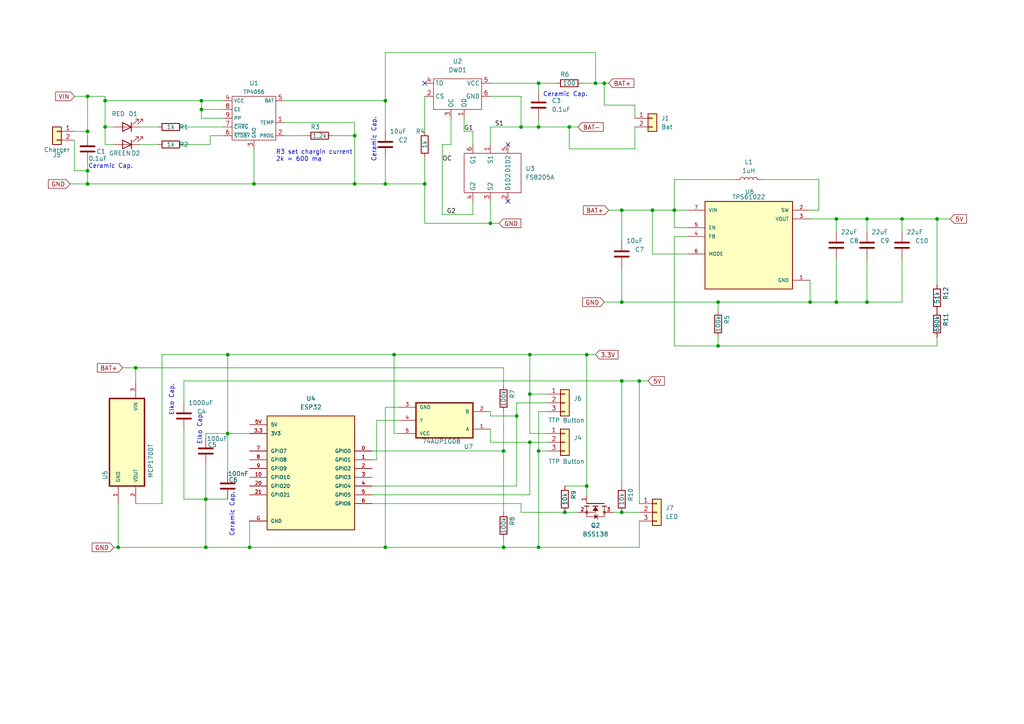
<source format=kicad_sch>
(kicad_sch (version 20250114) (generator "eeschema") (generator_version "9.0")
  (paper "A4")
  (lib_symbols
    (symbol "Connector_Generic:Conn_01x02" (pin_names (offset 1.016) (hide yes))
      (property "Reference" "J" (at 0 2.54 0))
      (property "Value" "Conn_01x02" (at 0 -5.08 0))
      (symbol "Conn_01x02_1_1"
        (rectangle (start -1.27 1.27) (end 1.27 -3.81) (stroke (width 0.254)) (fill (type background)))
        (rectangle (start -1.27 0.127) (end 0 -0.127) (stroke (width 0.1524)))
        (rectangle (start -1.27 -2.413) (end 0 -2.667) (stroke (width 0.1524)))
        (pin passive line (at -5.08 0 0) (length 3.81) (name "Pin_1") (number "1"))
        (pin passive line (at -5.08 -2.54 0) (length 3.81) (name "Pin_2") (number "2"))
      )
    )
    (symbol "Connector_Generic:Conn_01x03" (pin_names (offset 1.016) (hide yes))
      (property "Reference" "J" (at 0 5.08 0))
      (property "Value" "Conn_01x03" (at 0 -5.08 0))
      (symbol "Conn_01x03_1_1"
        (rectangle (start -1.27 3.81) (end 1.27 -3.81) (stroke (width 0.254)) (fill (type background)))
        (rectangle (start -1.27 2.667) (end 0 2.413) (stroke (width 0.1524)))
        (rectangle (start -1.27 0.127) (end 0 -0.127) (stroke (width 0.1524)))
        (rectangle (start -1.27 -2.413) (end 0 -2.667) (stroke (width 0.1524)))
        (pin passive line (at -5.08 2.54 0) (length 3.81) (name "Pin_1") (number "1"))
        (pin passive line (at -5.08 0 0) (length 3.81) (name "Pin_2") (number "2"))
        (pin passive line (at -5.08 -2.54 0) (length 3.81) (name "Pin_3") (number "3"))
      )
    )
    (symbol "Device:C" (pin_numbers (hide yes)) (pin_names (offset 0.254))
      (property "Reference" "C" (at 0.635 2.54 0))
      (property "Value" "C" (at 0.635 -2.54 0))
      (symbol "C_0_1"
        (polyline (pts (xy -2.032 0.762) (xy 2.032 0.762)) (stroke (width 0.508)))
        (polyline (pts (xy -2.032 -0.762) (xy 2.032 -0.762)) (stroke (width 0.508)))
      )
      (symbol "C_1_1"
        (pin passive line (at 0 3.81 270) (length 2.794) (name "~") (number "1"))
        (pin passive line (at 0 -3.81 90) (length 2.794) (name "~") (number "2"))
      )
    )
    (symbol "Device:L" (pin_numbers (hide yes)) (pin_names (offset 1.016) (hide yes))
      (property "Reference" "L" (at -1.27 0 90))
      (property "Value" "L" (at 1.905 0 90))
      (symbol "L_0_1"
        (arc (start 0 2.54) (mid 0.6323 1.905) (end 0 1.27))
        (arc (start 0 1.27) (mid 0.6323 0.635) (end 0 0))
        (arc (start 0 0) (mid 0.6323 -0.635) (end 0 -1.27))
        (arc (start 0 -1.27) (mid 0.6323 -1.905) (end 0 -2.54))
      )
      (symbol "L_1_1"
        (pin passive line (at 0 3.81 270) (length 1.27) (name "1") (number "1"))
        (pin passive line (at 0 -3.81 90) (length 1.27) (name "2") (number "2"))
      )
    )
    (symbol "Device:LED" (pin_numbers (hide yes)) (pin_names (offset 1.016) (hide yes))
      (property "Reference" "D" (at 0 2.54 0))
      (property "Value" "LED" (at 0 -2.54 0))
      (symbol "LED_0_1"
        (polyline (pts (xy -3.048 -0.762) (xy -4.572 -2.286) (xy -3.81 -2.286) (xy -4.572 -2.286) (xy -4.572 -1.524)))
        (polyline (pts (xy -1.778 -0.762) (xy -3.302 -2.286) (xy -2.54 -2.286) (xy -3.302 -2.286) (xy -3.302 -1.524)))
        (polyline (pts (xy -1.27 0) (xy 1.27 0)))
        (polyline (pts (xy -1.27 -1.27) (xy -1.27 1.27)) (stroke (width 0.254)))
        (polyline (pts (xy 1.27 -1.27) (xy 1.27 1.27) (xy -1.27 0) (xy 1.27 -1.27)) (stroke (width 0.254)))
      )
      (symbol "LED_1_1"
        (pin passive line (at -3.81 0 0) (length 2.54) (name "K") (number "1"))
        (pin passive line (at 3.81 0 180) (length 2.54) (name "A") (number "2"))
      )
    )
    (symbol "Device:R" (pin_numbers (hide yes)) (pin_names (offset 0))
      (property "Reference" "R" (at 2.032 0 90))
      (property "Value" "R" (at 0 0 90))
      (symbol "R_0_1"
        (rectangle (start -1.016 -2.54) (end 1.016 2.54) (stroke (width 0.254)))
      )
      (symbol "R_1_1"
        (pin passive line (at 0 3.81 270) (length 1.27) (name "~") (number "1"))
        (pin passive line (at 0 -3.81 90) (length 1.27) (name "~") (number "2"))
      )
    )
    (symbol "Imported:BSS138" (pin_names (offset 1.016))
      (property "Reference" "Q" (at -8.89 2.54 0))
      (property "Value" "BSS138" (at -8.89 -7.62 0))
      (symbol "BSS138_0_0"
        (polyline (pts (xy 0 2.54) (xy 0 -2.54)) (stroke (width 0.254)))
        (polyline (pts (xy 0.762 3.175) (xy 0.762 2.54)) (stroke (width 0.254)))
        (polyline (pts (xy 0.762 2.54) (xy 0.762 1.905)) (stroke (width 0.254)))
        (polyline (pts (xy 0.762 2.54) (xy 3.81 2.54)) (stroke (width 0.1524)))
        (polyline (pts (xy 0.762 0.762) (xy 0.762 0)) (stroke (width 0.254)))
        (polyline (pts (xy 0.762 0) (xy 0.762 -0.762)) (stroke (width 0.254)))
        (polyline (pts (xy 0.762 0) (xy 2.54 0)) (stroke (width 0.1524)))
        (polyline (pts (xy 0.762 -1.905) (xy 0.762 -2.54)) (stroke (width 0.254)))
        (polyline (pts (xy 0.762 -2.54) (xy 0.762 -3.175)) (stroke (width 0.254)))
        (polyline (pts (xy 1.016 0) (xy 2.032 0.762) (xy 2.032 -0.762) (xy 1.016 0)) (stroke (width 0.1524)) (fill (type outline)))
        (circle (center 2.54 2.54) (radius 0.3592))
        (polyline (pts (xy 2.54 0) (xy 2.54 -2.54)) (stroke (width 0.1524)))
        (polyline (pts (xy 2.54 -2.54) (xy 0.762 -2.54)) (stroke (width 0.1524)))
        (polyline (pts (xy 2.54 -2.54) (xy 3.81 -2.54)) (stroke (width 0.1524)))
        (circle (center 2.54 -2.54) (radius 0.3592))
        (polyline (pts (xy 3.302 0.508) (xy 3.048 0.254)) (stroke (width 0.1524)))
        (polyline (pts (xy 3.81 2.54) (xy 3.81 0.508)) (stroke (width 0.1524)))
        (polyline (pts (xy 3.81 0.508) (xy 3.302 0.508)) (stroke (width 0.1524)))
        (polyline (pts (xy 3.81 0.508) (xy 3.81 -2.54)) (stroke (width 0.1524)))
        (polyline (pts (xy 3.81 0.508) (xy 3.302 -0.254) (xy 4.318 -0.254) (xy 3.81 0.508)) (stroke (width 0.1524)) (fill (type outline)))
        (polyline (pts (xy 4.318 0.508) (xy 3.81 0.508)) (stroke (width 0.1524)))
        (polyline (pts (xy 4.572 0.762) (xy 4.318 0.508)) (stroke (width 0.1524)))
        (pin passive line (at -2.54 -2.54 0) (length 2.54) (name "~") (number "1"))
        (pin passive line (at 2.54 5.08 270) (length 2.54) (name "~") (number "3"))
        (pin passive line (at 2.54 -5.08 90) (length 2.54) (name "~") (number "2"))
      )
    )
    (symbol "Imported:ESP32-C3_SUPERMINI_TH" (pin_names (offset 1.016))
      (property "Reference" "U" (at -12.7 16.002 0))
      (property "Value" "ESP32-C3_SUPERMINI_TH" (at -12.7 -20.32 0))
      (symbol "ESP32-C3_SUPERMINI_TH_0_0"
        (rectangle (start -12.7 -17.78) (end 12.7 15.24) (stroke (width 0.254)) (fill (type background)))
        (pin bidirectional line (at -17.78 5.08 0) (length 5.08) (name "GPIO0") (number "0"))
        (pin bidirectional line (at -17.78 2.54 0) (length 5.08) (name "GPIO1") (number "1"))
        (pin bidirectional line (at -17.78 0 0) (length 5.08) (name "GPIO2") (number "2"))
        (pin bidirectional line (at -17.78 -2.54 0) (length 5.08) (name "GPIO3") (number "3"))
        (pin bidirectional line (at -17.78 -5.08 0) (length 5.08) (name "GPIO4") (number "4"))
        (pin bidirectional line (at -17.78 -7.62 0) (length 5.08) (name "GPIO5") (number "5"))
        (pin bidirectional line (at -17.78 -10.16 0) (length 5.08) (name "GPIO6") (number "6"))
        (pin power_in line (at 17.78 12.7 180) (length 5.08) (name "5V") (number "5V"))
        (pin power_in line (at 17.78 10.16 180) (length 5.08) (name "3V3") (number "3.3"))
        (pin bidirectional line (at 17.78 5.08 180) (length 5.08) (name "GPIO7") (number "7"))
        (pin bidirectional line (at 17.78 2.54 180) (length 5.08) (name "GPIO8") (number "8"))
        (pin bidirectional line (at 17.78 0 180) (length 5.08) (name "GPIO9") (number "9"))
        (pin bidirectional line (at 17.78 -2.54 180) (length 5.08) (name "GPIO10") (number "10"))
        (pin bidirectional line (at 17.78 -5.08 180) (length 5.08) (name "GPIO20") (number "20"))
        (pin bidirectional line (at 17.78 -7.62 180) (length 5.08) (name "GPIO21") (number "21"))
        (pin power_in line (at 17.78 -15.24 180) (length 5.08) (name "GND") (number "G"))
      )
    )
    (symbol "Imported:MCP1700T-3002E_TT" (pin_names (offset 1.016))
      (property "Reference" "U" (at -12.7 6.08 0))
      (property "Value" "MCP1700T-3002E_TT" (at -12.7 -9.08 0))
      (symbol "MCP1700T-3002E_TT_0_0"
        (rectangle (start -12.7 -5.08) (end 12.7 5.08) (stroke (width 0.41)) (fill (type background)))
        (pin input line (at -17.78 2.54 0) (length 5.08) (name "VIN") (number "3"))
        (pin output line (at 17.78 2.54 180) (length 5.08) (name "VOUT") (number "2"))
        (pin power_in line (at 17.78 -2.54 180) (length 5.08) (name "GND") (number "1"))
      )
    )
    (symbol "Imported:TPS61022RWUR" (pin_names (offset 1.016))
      (property "Reference" "U" (at -12.7 13.97 0))
      (property "Value" "TPS61022RWUR" (at -12.7 -13.97 0))
      (symbol "TPS61022RWUR_0_0"
        (rectangle (start -12.7 -12.7) (end 12.7 12.7) (stroke (width 0.254)) (fill (type background)))
        (pin input line (at -17.78 10.16 0) (length 5.08) (name "VIN") (number "7"))
        (pin input line (at -17.78 5.08 0) (length 5.08) (name "EN") (number "5"))
        (pin input line (at -17.78 2.54 0) (length 5.08) (name "FB") (number "4"))
        (pin input line (at -17.78 -2.54 0) (length 5.08) (name "MODE") (number "6"))
        (pin output line (at 17.78 10.16 180) (length 5.08) (name "SW") (number "2"))
        (pin output line (at 17.78 7.62 180) (length 5.08) (name "VOUT") (number "3"))
        (pin power_in line (at 17.78 -10.16 180) (length 5.08) (name "GND") (number "1"))
      )
    )
    (symbol "dw01:DW01"
      (property "Reference" "U" (at 1.27 10.16 0))
      (property "Value" "DW01" (at 11.43 10.16 0))
      (symbol "DW01_0_1"
        (rectangle (start 0 8.89) (end 13.97 0))
      )
      (symbol "DW01_1_1"
        (pin input line (at -2.54 7.62 0) (length 2.54) (name "TD") (number "4"))
        (pin input line (at -2.54 3.81 0) (length 2.54) (name "CS") (number "2"))
        (pin input line (at 5.08 -2.54 90) (length 2.54) (name "OC") (number "3"))
        (pin input line (at 8.89 -2.54 90) (length 2.54) (name "OD") (number "1"))
        (pin input line (at 16.51 7.62 180) (length 2.54) (name "VCC") (number "5"))
        (pin input line (at 16.51 3.81 180) (length 2.54) (name "GND") (number "6"))
      )
    )
    (symbol "extern:SN74AUP1G08DCKT" (pin_names (offset 1.016))
      (property "Reference" "U" (at -12.7 11.16 0))
      (property "Value" "SN74AUP1G08DCKT" (at -4.318 -12.192 0))
      (symbol "SN74AUP1G08DCKT_0_0"
        (rectangle (start -3.81 0) (end 12.7 -10.16) (stroke (width 0.41)) (fill (type background)))
        (pin input line (at -8.89 -2.54 0) (length 5.08) (name "A") (number "1"))
        (pin input line (at -8.89 -7.62 0) (length 5.08) (name "B") (number "2"))
        (pin power_in line (at 17.78 -1.27 180) (length 5.08) (name "VCC") (number "5"))
        (pin output line (at 17.78 -5.08 180) (length 5.08) (name "Y") (number "4"))
        (pin power_in line (at 17.78 -8.89 180) (length 5.08) (name "GND") (number "3"))
      )
    )
    (symbol "fs8205:FS8205A"
      (property "Reference" "U" (at 1.27 5.08 0))
      (property "Value" "FS8205A" (at -1.27 8.89 90))
      (symbol "FS8205A_0_1"
        (rectangle (start 0 11.43) (end 16.51 0))
      )
      (symbol "FS8205A_1_1"
        (pin input line (at 2.54 13.97 270) (length 2.54) (name "G1") (number "6"))
        (pin input line (at 2.54 -2.54 90) (length 2.54) (name "G2") (number "4"))
        (pin input line (at 7.62 13.97 270) (length 2.54) (name "S1") (number "1"))
        (pin input line (at 7.62 -2.54 90) (length 2.54) (name "S2") (number "3"))
        (pin input line (at 12.7 13.97 270) (length 2.54) (name "D1D2") (number "5"))
        (pin input line (at 12.7 -2.54 90) (length 2.54) (name "D1D2") (number "2"))
      )
    )
    (symbol "tp4056:TP4056"
      (property "Reference" "U" (at 1.27 13.97 0))
      (property "Value" "TP4056" (at 8.89 13.97 0))
      (symbol "TP4056_0_1"
        (rectangle (start 0 12.7) (end 12.7 0))
      )
      (symbol "TP4056_1_1"
        (pin input line (at -2.54 11.43 0) (length 2.54) (name "VCC") (number "4"))
        (pin input line (at -2.54 8.89 0) (length 2.54) (name "CE") (number "8"))
        (pin input line (at -2.54 6.35 0) (length 2.54) (name "PP") (number "9"))
        (pin input line (at -2.54 3.81 0) (length 2.54) (name "~{CHRG}") (number "7"))
        (pin input line (at -2.54 1.27 0) (length 2.54) (name "~{STDBY}") (number "6"))
        (pin input line (at 6.35 -2.54 90) (length 2.54) (name "GND") (number "3"))
        (pin input line (at 15.24 11.43 180) (length 2.54) (name "BAT") (number "5"))
        (pin input line (at 15.24 5.08 180) (length 2.54) (name "TEMP") (number "1"))
        (pin input line (at 15.24 1.27 180) (length 2.54) (name "PROG") (number "2"))
      )
    )
  )
  (text "Ceramic Cap." (at 38.608 49.022 0) (effects (font (size 1.27 1.27)) (justify right bottom)))
  (text "Elko Cap." (at 50.546 120.65 90) (effects (font (size 1.27 1.27)) (justify left bottom)))
  (text "Ceramic Cap." (at 109.22 46.99 90) (effects (font (size 1.27 1.27)) (justify left bottom)))
  (text "Ceramic Cap." (at 68.072 155.702 90) (effects (font (size 1.27 1.27)) (justify left bottom)))
  (text "R3 set chargin current\n2k = 600 ma" (at 80.01 46.99 0) (effects (font (size 1.27 1.27)) (justify left bottom)))
  (text "Ceramic Cap." (at 157.48 28.194 0) (effects (font (size 1.27 1.27)) (justify left bottom)))
  (text "Elko Cap." (at 58.674 129.032 90) (effects (font (size 1.27 1.27)) (justify left bottom)))
  (junction (at 72.39 158.75))
  (junction (at 30.48 36.83))
  (junction (at 153.67 128.27))
  (junction (at 165.1 36.83))
  (junction (at 180.34 87.63))
  (junction (at 151.13 36.83))
  (junction (at 234.95 87.63))
  (junction (at 208.28 100.33))
  (junction (at 102.87 53.34))
  (junction (at 175.26 24.13))
  (junction (at 66.04 125.73))
  (junction (at 242.57 87.63))
  (junction (at 242.57 63.5))
  (junction (at 156.21 130.81))
  (junction (at 59.69 144.78))
  (junction (at 180.34 148.59))
  (junction (at 25.4 49.53))
  (junction (at 111.76 53.34))
  (junction (at 180.34 60.96))
  (junction (at 251.46 87.63))
  (junction (at 185.42 110.49))
  (junction (at 66.04 102.87))
  (junction (at 195.58 60.96))
  (junction (at 111.76 29.21))
  (junction (at 59.69 158.75))
  (junction (at 163.83 148.59))
  (junction (at 58.42 29.21))
  (junction (at 123.19 53.34))
  (junction (at 170.18 102.87))
  (junction (at 156.21 36.83))
  (junction (at 25.4 27.94))
  (junction (at 156.21 158.75))
  (junction (at 153.67 102.87))
  (junction (at 271.78 63.5))
  (junction (at 251.46 63.5))
  (junction (at 102.87 39.37))
  (junction (at 146.05 130.81))
  (junction (at 34.29 158.75))
  (junction (at 58.42 31.75))
  (junction (at 73.66 53.34))
  (junction (at 111.76 158.75))
  (junction (at 261.62 63.5))
  (junction (at 25.4 38.1))
  (junction (at 180.34 110.49))
  (junction (at 149.86 120.65))
  (junction (at 170.18 140.97))
  (junction (at 172.72 24.13))
  (junction (at 114.3 102.87))
  (junction (at 156.21 24.13))
  (junction (at 189.23 60.96))
  (junction (at 39.37 106.68))
  (junction (at 142.24 64.77))
  (junction (at 153.67 114.3))
  (junction (at 146.05 158.75))
  (junction (at 208.28 87.63))
  (junction (at 30.48 29.21))
  (junction (at 25.4 53.34))
  (no_connect (at 123.19 24.13))
  (no_connect (at 147.32 58.42))
  (no_connect (at 147.32 41.91))
  (wire (pts (xy 73.66 53.34) (xy 102.87 53.34)))
  (wire (pts (xy 199.39 73.66) (xy 189.23 73.66)))
  (wire (pts (xy 176.53 60.96) (xy 180.34 60.96)))
  (wire (pts (xy 180.34 60.96) (xy 180.34 69.85)))
  (wire (pts (xy 158.75 116.84) (xy 149.86 116.84)))
  (wire (pts (xy 111.76 118.11) (xy 111.76 158.75)))
  (wire (pts (xy 111.76 53.34) (xy 123.19 53.34)))
  (wire (pts (xy 109.22 121.92) (xy 109.22 133.35)))
  (wire (pts (xy 114.3 125.73) (xy 114.3 102.87)))
  (wire (pts (xy 180.34 148.59) (xy 185.42 148.59)))
  (wire (pts (xy 151.13 27.94) (xy 151.13 36.83)))
  (wire (pts (xy 53.34 36.83) (xy 64.77 36.83)))
  (wire (pts (xy 242.57 87.63) (xy 234.95 87.63)))
  (wire (pts (xy 25.4 38.1) (xy 25.4 39.37)))
  (wire (pts (xy 30.48 29.21) (xy 58.42 29.21)))
  (wire (pts (xy 156.21 24.13) (xy 161.29 24.13)))
  (wire (pts (xy 251.46 87.63) (xy 242.57 87.63)))
  (wire (pts (xy 189.23 60.96) (xy 195.58 60.96)))
  (wire (pts (xy 142.24 124.46) (xy 142.24 128.27)))
  (wire (pts (xy 58.42 29.21) (xy 64.77 29.21)))
  (wire (pts (xy 146.05 156.21) (xy 146.05 158.75)))
  (wire (pts (xy 46.99 146.05) (xy 46.99 102.87)))
  (wire (pts (xy 184.15 30.48) (xy 184.15 34.29)))
  (wire (pts (xy 111.76 29.21) (xy 111.76 38.1)))
  (wire (pts (xy 114.3 102.87) (xy 153.67 102.87)))
  (wire (pts (xy 30.48 27.94) (xy 30.48 29.21)))
  (wire (pts (xy 153.67 114.3) (xy 158.75 114.3)))
  (wire (pts (xy 111.76 15.24) (xy 172.72 15.24)))
  (wire (pts (xy 39.37 110.49) (xy 39.37 106.68)))
  (wire (pts (xy 195.58 68.58) (xy 195.58 100.33)))
  (wire (pts (xy 40.64 36.83) (xy 45.72 36.83)))
  (wire (pts (xy 208.28 97.79) (xy 208.28 100.33)))
  (wire (pts (xy 33.02 158.75) (xy 34.29 158.75)))
  (wire (pts (xy 189.23 73.66) (xy 189.23 60.96)))
  (wire (pts (xy 107.95 146.05) (xy 151.13 146.05)))
  (wire (pts (xy 66.04 125.73) (xy 66.04 137.16)))
  (wire (pts (xy 66.04 102.87) (xy 66.04 125.73)))
  (wire (pts (xy 102.87 35.56) (xy 102.87 39.37)))
  (wire (pts (xy 58.42 31.75) (xy 64.77 31.75)))
  (wire (pts (xy 165.1 36.83) (xy 165.1 43.18)))
  (wire (pts (xy 58.42 29.21) (xy 58.42 31.75)))
  (wire (pts (xy 115.57 125.73) (xy 114.3 125.73)))
  (wire (pts (xy 195.58 100.33) (xy 208.28 100.33)))
  (wire (pts (xy 102.87 39.37) (xy 102.87 53.34)))
  (wire (pts (xy 33.02 41.91) (xy 30.48 41.91)))
  (wire (pts (xy 30.48 36.83) (xy 30.48 29.21)))
  (wire (pts (xy 149.86 116.84) (xy 149.86 120.65)))
  (wire (pts (xy 237.49 52.07) (xy 220.98 52.07)))
  (wire (pts (xy 156.21 158.75) (xy 185.42 158.75)))
  (wire (pts (xy 156.21 119.38) (xy 156.21 130.81)))
  (wire (pts (xy 53.34 124.46) (xy 53.34 144.78)))
  (wire (pts (xy 172.72 15.24) (xy 172.72 24.13)))
  (wire (pts (xy 195.58 66.04) (xy 195.58 60.96)))
  (wire (pts (xy 59.69 127) (xy 59.69 125.73)))
  (wire (pts (xy 59.69 125.73) (xy 66.04 125.73)))
  (wire (pts (xy 39.37 106.68) (xy 146.05 106.68)))
  (wire (pts (xy 195.58 52.07) (xy 195.58 60.96)))
  (wire (pts (xy 153.67 102.87) (xy 170.18 102.87)))
  (wire (pts (xy 20.32 53.34) (xy 25.4 53.34)))
  (wire (pts (xy 261.62 87.63) (xy 251.46 87.63)))
  (wire (pts (xy 151.13 36.83) (xy 156.21 36.83)))
  (wire (pts (xy 185.42 110.49) (xy 185.42 146.05)))
  (wire (pts (xy 271.78 63.5) (xy 271.78 82.55)))
  (wire (pts (xy 134.62 38.1) (xy 137.16 38.1)))
  (wire (pts (xy 30.48 36.83) (xy 33.02 36.83)))
  (wire (pts (xy 66.04 102.87) (xy 114.3 102.87)))
  (wire (pts (xy 156.21 36.83) (xy 165.1 36.83)))
  (wire (pts (xy 142.24 24.13) (xy 156.21 24.13)))
  (wire (pts (xy 35.56 106.68) (xy 39.37 106.68)))
  (wire (pts (xy 199.39 66.04) (xy 195.58 66.04)))
  (wire (pts (xy 123.19 45.72) (xy 123.19 53.34)))
  (wire (pts (xy 72.39 151.13) (xy 72.39 158.75)))
  (wire (pts (xy 261.62 74.93) (xy 261.62 87.63)))
  (wire (pts (xy 115.57 118.11) (xy 111.76 118.11)))
  (wire (pts (xy 151.13 146.05) (xy 151.13 148.59)))
  (wire (pts (xy 158.75 130.81) (xy 156.21 130.81)))
  (wire (pts (xy 142.24 128.27) (xy 153.67 128.27)))
  (wire (pts (xy 172.72 24.13) (xy 175.26 24.13)))
  (wire (pts (xy 261.62 63.5) (xy 271.78 63.5)))
  (wire (pts (xy 142.24 41.91) (xy 142.24 36.83)))
  (wire (pts (xy 111.76 158.75) (xy 146.05 158.75)))
  (wire (pts (xy 128.27 62.23) (xy 137.16 62.23)))
  (wire (pts (xy 59.69 144.78) (xy 66.04 144.78)))
  (wire (pts (xy 151.13 148.59) (xy 163.83 148.59)))
  (wire (pts (xy 180.34 77.47) (xy 180.34 87.63)))
  (wire (pts (xy 53.34 110.49) (xy 53.34 116.84)))
  (wire (pts (xy 180.34 87.63) (xy 208.28 87.63)))
  (wire (pts (xy 59.69 144.78) (xy 59.69 158.75)))
  (wire (pts (xy 53.34 110.49) (xy 180.34 110.49)))
  (wire (pts (xy 34.29 158.75) (xy 34.29 146.05)))
  (wire (pts (xy 134.62 34.29) (xy 134.62 38.1)))
  (wire (pts (xy 60.96 39.37) (xy 60.96 41.91)))
  (wire (pts (xy 234.95 60.96) (xy 237.49 60.96)))
  (wire (pts (xy 34.29 158.75) (xy 59.69 158.75)))
  (wire (pts (xy 64.77 34.29) (xy 58.42 34.29)))
  (wire (pts (xy 53.34 144.78) (xy 59.69 144.78)))
  (wire (pts (xy 208.28 87.63) (xy 208.28 90.17)))
  (wire (pts (xy 237.49 60.96) (xy 237.49 52.07)))
  (wire (pts (xy 25.4 46.99) (xy 25.4 49.53)))
  (wire (pts (xy 59.69 134.62) (xy 59.69 144.78)))
  (wire (pts (xy 153.67 125.73) (xy 153.67 114.3)))
  (wire (pts (xy 40.64 41.91) (xy 45.72 41.91)))
  (wire (pts (xy 21.59 49.53) (xy 25.4 49.53)))
  (wire (pts (xy 102.87 53.34) (xy 111.76 53.34)))
  (wire (pts (xy 208.28 87.63) (xy 234.95 87.63)))
  (wire (pts (xy 46.99 102.87) (xy 66.04 102.87)))
  (wire (pts (xy 175.26 24.13) (xy 176.53 24.13)))
  (wire (pts (xy 107.95 143.51) (xy 153.67 143.51)))
  (wire (pts (xy 123.19 27.94) (xy 123.19 38.1)))
  (wire (pts (xy 123.19 53.34) (xy 123.19 64.77)))
  (wire (pts (xy 175.26 30.48) (xy 184.15 30.48)))
  (wire (pts (xy 261.62 63.5) (xy 261.62 67.31)))
  (wire (pts (xy 111.76 15.24) (xy 111.76 29.21)))
  (wire (pts (xy 180.34 60.96) (xy 189.23 60.96)))
  (wire (pts (xy 142.24 119.38) (xy 142.24 120.65)))
  (wire (pts (xy 180.34 110.49) (xy 180.34 140.97)))
  (wire (pts (xy 25.4 27.94) (xy 30.48 27.94)))
  (wire (pts (xy 185.42 151.13) (xy 185.42 158.75)))
  (wire (pts (xy 109.22 133.35) (xy 107.95 133.35)))
  (wire (pts (xy 242.57 63.5) (xy 242.57 67.31)))
  (wire (pts (xy 158.75 128.27) (xy 153.67 128.27)))
  (wire (pts (xy 60.96 41.91) (xy 53.34 41.91)))
  (wire (pts (xy 271.78 63.5) (xy 275.59 63.5)))
  (wire (pts (xy 107.95 140.97) (xy 149.86 140.97)))
  (wire (pts (xy 180.34 110.49) (xy 185.42 110.49)))
  (wire (pts (xy 234.95 63.5) (xy 242.57 63.5)))
  (wire (pts (xy 146.05 119.38) (xy 146.05 130.81)))
  (wire (pts (xy 153.67 114.3) (xy 153.67 102.87)))
  (wire (pts (xy 153.67 128.27) (xy 153.67 143.51)))
  (wire (pts (xy 156.21 34.29) (xy 156.21 36.83)))
  (wire (pts (xy 158.75 119.38) (xy 156.21 119.38)))
  (wire (pts (xy 142.24 120.65) (xy 149.86 120.65)))
  (wire (pts (xy 185.42 110.49) (xy 187.96 110.49)))
  (wire (pts (xy 96.52 39.37) (xy 102.87 39.37)))
  (wire (pts (xy 72.39 158.75) (xy 111.76 158.75)))
  (wire (pts (xy 271.78 97.79) (xy 271.78 100.33)))
  (wire (pts (xy 170.18 102.87) (xy 172.72 102.87)))
  (wire (pts (xy 130.81 41.91) (xy 128.27 41.91)))
  (wire (pts (xy 158.75 125.73) (xy 153.67 125.73)))
  (wire (pts (xy 30.48 41.91) (xy 30.48 36.83)))
  (wire (pts (xy 163.83 148.59) (xy 167.64 148.59)))
  (wire (pts (xy 165.1 43.18) (xy 184.15 43.18)))
  (wire (pts (xy 170.18 102.87) (xy 170.18 140.97)))
  (wire (pts (xy 149.86 120.65) (xy 149.86 140.97)))
  (wire (pts (xy 64.77 39.37) (xy 60.96 39.37)))
  (wire (pts (xy 199.39 68.58) (xy 195.58 68.58)))
  (wire (pts (xy 168.91 24.13) (xy 172.72 24.13)))
  (wire (pts (xy 82.55 35.56) (xy 102.87 35.56)))
  (wire (pts (xy 175.26 87.63) (xy 180.34 87.63)))
  (wire (pts (xy 170.18 143.51) (xy 170.18 140.97)))
  (wire (pts (xy 251.46 63.5) (xy 251.46 67.31)))
  (wire (pts (xy 177.8 148.59) (xy 180.34 148.59)))
  (wire (pts (xy 251.46 74.93) (xy 251.46 87.63)))
  (wire (pts (xy 25.4 27.94) (xy 25.4 38.1)))
  (wire (pts (xy 58.42 31.75) (xy 58.42 34.29)))
  (wire (pts (xy 137.16 38.1) (xy 137.16 41.91)))
  (wire (pts (xy 39.37 146.05) (xy 46.99 146.05)))
  (wire (pts (xy 165.1 36.83) (xy 167.64 36.83)))
  (wire (pts (xy 242.57 74.93) (xy 242.57 87.63)))
  (wire (pts (xy 142.24 58.42) (xy 142.24 64.77)))
  (wire (pts (xy 251.46 63.5) (xy 261.62 63.5)))
  (wire (pts (xy 156.21 130.81) (xy 156.21 158.75)))
  (wire (pts (xy 59.69 158.75) (xy 72.39 158.75)))
  (wire (pts (xy 142.24 27.94) (xy 151.13 27.94)))
  (wire (pts (xy 195.58 60.96) (xy 199.39 60.96)))
  (wire (pts (xy 184.15 43.18) (xy 184.15 36.83)))
  (wire (pts (xy 156.21 24.13) (xy 156.21 26.67)))
  (wire (pts (xy 142.24 64.77) (xy 144.78 64.77)))
  (wire (pts (xy 146.05 111.76) (xy 146.05 106.68)))
  (wire (pts (xy 242.57 63.5) (xy 251.46 63.5)))
  (wire (pts (xy 163.83 140.97) (xy 170.18 140.97)))
  (wire (pts (xy 66.04 125.73) (xy 72.39 125.73)))
  (wire (pts (xy 142.24 36.83) (xy 151.13 36.83)))
  (wire (pts (xy 137.16 62.23) (xy 137.16 58.42)))
  (wire (pts (xy 25.4 53.34) (xy 73.66 53.34)))
  (wire (pts (xy 82.55 39.37) (xy 88.9 39.37)))
  (wire (pts (xy 128.27 41.91) (xy 128.27 62.23)))
  (wire (pts (xy 130.81 34.29) (xy 130.81 41.91)))
  (wire (pts (xy 107.95 130.81) (xy 146.05 130.81)))
  (wire (pts (xy 123.19 64.77) (xy 142.24 64.77)))
  (wire (pts (xy 208.28 100.33) (xy 271.78 100.33)))
  (wire (pts (xy 115.57 121.92) (xy 109.22 121.92)))
  (wire (pts (xy 25.4 49.53) (xy 25.4 53.34)))
  (wire (pts (xy 234.95 81.28) (xy 234.95 87.63)))
  (wire (pts (xy 21.59 38.1) (xy 25.4 38.1)))
  (wire (pts (xy 146.05 130.81) (xy 146.05 148.59)))
  (wire (pts (xy 213.36 52.07) (xy 195.58 52.07)))
  (wire (pts (xy 111.76 45.72) (xy 111.76 53.34)))
  (wire (pts (xy 21.59 27.94) (xy 25.4 27.94)))
  (wire (pts (xy 73.66 43.18) (xy 73.66 53.34)))
  (wire (pts (xy 146.05 158.75) (xy 156.21 158.75)))
  (wire (pts (xy 82.55 29.21) (xy 111.76 29.21)))
  (wire (pts (xy 175.26 24.13) (xy 175.26 30.48)))
  (wire (pts (xy 21.59 40.64) (xy 21.59 49.53)))
  (label "G1" (at 134.62 38.1 0))
  (label "OC" (at 128.27 46.99 0))
  (label "G2" (at 129.54 62.23 0))
  (label "S1" (at 143.51 36.83 0))
  (global_label "VIN" (shape input) (at 21.59 27.94 180) (property "Intersheetrefs" "${INTERSHEET_REFS}" (effects (hide yes))))
  (global_label "GND" (shape input) (at 175.26 87.63 180) (property "Intersheetrefs" "${INTERSHEET_REFS}" (effects (hide yes))))
  (global_label "3.3V" (shape input) (at 172.72 102.87 0) (property "Intersheetrefs" "${INTERSHEET_REFS}" (effects (hide yes))))
  (global_label "GND" (shape input) (at 20.32 53.34 180) (property "Intersheetrefs" "${INTERSHEET_REFS}" (effects (hide yes))))
  (global_label "BAT+" (shape input) (at 176.53 24.13 0) (property "Intersheetrefs" "${INTERSHEET_REFS}" (effects (hide yes))))
  (global_label "5V" (shape input) (at 275.59 63.5 0) (property "Intersheetrefs" "${INTERSHEET_REFS}" (effects (hide yes))))
  (global_label "GND" (shape input) (at 144.78 64.77 0) (property "Intersheetrefs" "${INTERSHEET_REFS}" (effects (hide yes))))
  (global_label "BAT-" (shape input) (at 167.64 36.83 0) (property "Intersheetrefs" "${INTERSHEET_REFS}" (effects (hide yes))))
  (global_label "GND" (shape input) (at 33.02 158.75 180) (property "Intersheetrefs" "${INTERSHEET_REFS}" (effects (hide yes))))
  (global_label "BAT+" (shape input) (at 176.53 60.96 180) (property "Intersheetrefs" "${INTERSHEET_REFS}" (effects (hide yes))))
  (global_label "5V" (shape input) (at 187.96 110.49 0) (property "Intersheetrefs" "${INTERSHEET_REFS}" (effects (hide yes))))
  (global_label "BAT+" (shape input) (at 35.56 106.68 180) (property "Intersheetrefs" "${INTERSHEET_REFS}" (effects (hide yes))))
  (symbol (lib_id "Device:C") (at 111.76 41.91 0) (unit 1)
    (property "Reference" "C2" (at 115.57 40.6399 0) (effects (justify left)))
    (property "Value" "10uF" (at 113.03 38.1 0) (effects (justify left)))
    (property "Footprint" "Capacitor_SMD:C_0805_2012Metric_Pad1.18x1.45mm_HandSolder" (effects (hide yes)))
  )
  (symbol (lib_id "Device:C") (at 66.04 140.97 0) (unit 1)
    (property "Reference" "C6" (at 66.294 139.192 0) (effects (justify left)))
    (property "Value" "100nF" (at 66.04 137.414 0) (effects (justify left)))
    (property "Footprint" "Capacitor_SMD:C_0805_2012Metric_Pad1.18x1.45mm_HandSolder" (effects (hide yes)))
  )
  (symbol (lib_id "Device:C") (at 53.34 120.65 0) (unit 1)
    (property "Reference" "C4" (at 57.15 119.3799 0) (effects (justify left)))
    (property "Value" "1000uF" (at 54.61 116.84 0) (effects (justify left)))
    (property "Footprint" "Capacitor_SMD:C_Elec_8x10.2" (effects (hide yes)))
  )
  (symbol (lib_id "extern:SN74AUP1G08DCKT") (at 133.35 127 180) (unit 1)
    (property "Reference" "U7" (at 135.89 129.54 0))
    (property "Value" "74AUP1G08" (at 128.016 128.016 0))
    (property "Footprint" "extern:SOT65P210X110-5N" (effects (hide yes)))
    (property "MF" "Texas Instruments" (effects (hide yes)))
    (property "Description_1" "1-ch, 2-input 0.8-V to 3.6-V low power (< 1uA) AND gate" (effects (hide yes)))
    (property "Package" "SC70-5 Texas Instruments" (effects (hide yes)))
    (property "Price" "None" (effects (hide yes)))
    (property "SnapEDA_Link" "https://www.snapeda.com/parts/SN74AUP1G08DCKT/Texas+Instruments/view-part/?ref=snap" (effects (hide yes)))
    (property "MP" "SN74AUP1G08DCKT" (effects (hide yes)))
    (property "Purchase-URL" "https://www.snapeda.com/api/url_track_click_mouser/?unipart_id=318391&manufacturer=Texas Instruments&part_name=SN74AUP1G08DCKT&search_term=None" (effects (hide yes)))
    (property "Availability" "In Stock" (effects (hide yes)))
    (property "Check_prices" "https://www.snapeda.com/parts/SN74AUP1G08DCKT/Texas+Instruments/view-part/?ref=eda" (effects (hide yes)))
  )
  (symbol (lib_id "Device:C") (at 242.57 71.12 0) (unit 1)
    (property "Reference" "C8" (at 246.38 69.8499 0) (effects (justify left)))
    (property "Value" "22uF" (at 243.84 67.31 0) (effects (justify left)))
    (property "Footprint" "Capacitor_SMD:C_0805_2012Metric_Pad1.18x1.45mm_HandSolder" (effects (hide yes)))
  )
  (symbol (lib_id "Device:C") (at 180.34 73.66 0) (unit 1)
    (property "Reference" "C7" (at 184.15 72.3899 0) (effects (justify left)))
    (property "Value" "10uF" (at 181.61 69.85 0) (effects (justify left)))
    (property "Footprint" "Capacitor_SMD:C_0805_2012Metric_Pad1.18x1.45mm_HandSolder" (effects (hide yes)))
  )
  (symbol (lib_id "Connector_Generic:Conn_01x02") (at 189.23 34.29 0) (unit 1)
    (property "Reference" "J1" (at 191.77 34.2899 0) (effects (justify left)))
    (property "Value" "Bat" (at 191.77 36.8299 0) (effects (justify left)))
    (property "Footprint" "Connector_JST:JST_PH_B2B-PH-K_1x02_P2.00mm_Vertical" (effects (hide yes)))
    (property "Description" "Generic connector, single row, 01x02, script generated (kicad-library-utils/schlib/autogen/connector/)" (effects (hide yes)))
  )
  (symbol (lib_id "Device:R") (at 271.78 86.36 0) (unit 1)
    (property "Reference" "R12" (at 274.32 85.09 90))
    (property "Value" "51k" (at 271.78 86.36 90))
    (property "Footprint" "Resistor_SMD:R_0805_2012Metric_Pad1.20x1.40mm_HandSolder" (effects (hide yes)))
  )
  (symbol (lib_id "Device:LED") (at 36.83 36.83 180) (unit 1)
    (property "Reference" "D1" (at 38.608 33.02 0))
    (property "Value" "RED" (at 34.29 33.02 0))
    (property "Footprint" "LED_SMD:LED_0805_2012Metric_Pad1.15x1.40mm_HandSolder" (effects (hide yes)))
  )
  (symbol (lib_id "Imported:TPS61022RWUR") (at 217.17 71.12 0) (unit 1)
    (property "Reference" "U6" (at 217.424 55.626 0))
    (property "Value" "TPS61022" (at 217.17 57.15 0))
    (property "Footprint" "Imported:CONV_TPS61022RWUR" (effects (hide yes)))
    (property "MF" "Texas Instruments" (effects (hide yes)))
    (property "MAXIMUM_PACKAGE_HEIGHT" "1.00mm" (effects (hide yes)))
    (property "Package" "VQFN-HR-7 Texas Instruments" (effects (hide yes)))
    (property "Price" "None" (effects (hide yes)))
    (property "Check_prices" "https://www.snapeda.com/parts/TPS61022RWUR/Texas+Instruments/view-part/?ref=eda" (effects (hide yes)))
    (property "STANDARD" "Manufacturer Recommendations" (effects (hide yes)))
    (property "PARTREV" "4223724/C 02/2018" (effects (hide yes)))
    (property "SnapEDA_Link" "https://www.snapeda.com/parts/TPS61022RWUR/Texas+Instruments/view-part/?ref=snap" (effects (hide yes)))
    (property "MP" "TPS61022RWUR" (effects (hide yes)))
    (property "Description_1" "8-A boost converter with 0.5-V ultra-low input voltage" (effects (hide yes)))
    (property "Availability" "In Stock" (effects (hide yes)))
    (property "MANUFACTURER" "Texas Instruments" (effects (hide yes)))
  )
  (symbol (lib_id "Device:R") (at 49.53 36.83 90) (unit 1)
    (property "Reference" "R1" (at 53.34 36.83 90))
    (property "Value" "1k" (at 49.53 36.83 90))
    (property "Footprint" "Resistor_SMD:R_0805_2012Metric_Pad1.20x1.40mm_HandSolder" (effects (hide yes)))
  )
  (symbol (lib_id "tp4056:TP4056") (at 67.31 40.64 0) (unit 1)
    (property "Reference" "U1" (at 73.66 24.13 0))
    (property "Value" "TP4056" (at 73.66 26.67 0) (effects (font (size 1.1 1.1))))
    (property "Footprint" "Package_SO:SOIC-8-1EP_3.9x4.9mm_P1.27mm_EP2.29x3mm" (effects (hide yes)))
  )
  (symbol (lib_id "Imported:MCP1700T-3002E_TT") (at 36.83 128.27 270) (unit 1)
    (property "Reference" "U5" (at 30.48 139.192 0) (effects (justify right)))
    (property "Value" "MCP1700T" (at 43.688 138.684 0) (effects (justify right)))
    (property "Footprint" "Imported:SOT95P237X112-3N" (effects (hide yes)))
    (property "MF" "Microchip" (effects (hide yes)))
    (property "Description_1" "MCP1700T-3002E/TT,LDOVoltage Regulator,250mA,3V +/-2%,2.3 to 6Vin,3-Pin SOT-23 | Microchip Technology Inc. MCP1700T-3002E/TT" (effects (hide yes)))
    (property "Package" "SOT-23 Microchip" (effects (hide yes)))
    (property "Price" "None" (effects (hide yes)))
    (property "SnapEDA_Link" "https://www.snapeda.com/parts/MCP1700T-3002E/TT/Microchip+Technology/view-part/?ref=snap" (effects (hide yes)))
    (property "MP" "MCP1700T-3002E/TT" (effects (hide yes)))
    (property "Availability" "In Stock" (effects (hide yes)))
    (property "Check_prices" "https://www.snapeda.com/parts/MCP1700T-3002E/TT/Microchip+Technology/view-part/?ref=eda" (effects (hide yes)))
  )
  (symbol (lib_id "Connector_Generic:Conn_01x03") (at 190.5 148.59 0) (unit 1)
    (property "Reference" "J7" (at 193.04 147.3199 0) (effects (justify left)))
    (property "Value" "LED" (at 193.04 149.8599 0) (effects (justify left)))
    (property "Footprint" "Connector_JST:JST_PH_B3B-PH-K_1x03_P2.00mm_Vertical" (effects (hide yes)))
    (property "Description" "Generic connector, single row, 01x03, script generated (kicad-library-utils/schlib/autogen/connector/)" (effects (hide yes)))
  )
  (symbol (lib_id "dw01:DW01") (at 125.73 31.75 0) (unit 1)
    (property "Reference" "U2" (at 132.715 17.78 0))
    (property "Value" "DW01" (at 132.715 20.32 0))
    (property "Footprint" "Package_TO_SOT_SMD:SOT-23-6_Handsoldering" (effects (hide yes)))
  )
  (symbol (lib_id "Device:R") (at 163.83 144.78 0) (unit 1)
    (property "Reference" "R9" (at 166.37 143.51 90))
    (property "Value" "10k" (at 163.83 144.78 90))
    (property "Footprint" "Resistor_SMD:R_0805_2012Metric_Pad1.20x1.40mm_HandSolder" (effects (hide yes)))
  )
  (symbol (lib_id "Device:L") (at 217.17 52.07 90) (unit 1)
    (property "Reference" "L1" (at 217.17 46.99 90))
    (property "Value" "1uH" (at 217.17 49.53 90))
    (property "Footprint" "Inductor_SMD:L_6.3x6.3_H3" (effects (hide yes)))
    (property "Description" "Inductor" (effects (hide yes)))
  )
  (symbol (lib_id "Connector_Generic:Conn_01x03") (at 163.83 128.27 0) (unit 1)
    (property "Reference" "J4" (at 166.37 126.9999 0) (effects (justify left)))
    (property "Value" "TTP Button" (at 159.004 133.858 0) (effects (justify left)))
    (property "Footprint" "Connector_JST:JST_PH_B3B-PH-K_1x03_P2.00mm_Vertical" (effects (hide yes)))
    (property "Description" "Generic connector, single row, 01x03, script generated (kicad-library-utils/schlib/autogen/connector/)" (effects (hide yes)))
  )
  (symbol (lib_id "Device:C") (at 156.21 30.48 0) (unit 1)
    (property "Reference" "C3" (at 160.02 29.2099 0) (effects (justify left)))
    (property "Value" "0.1uF" (at 160.02 31.7499 0) (effects (justify left)))
    (property "Footprint" "Capacitor_SMD:C_0805_2012Metric_Pad1.18x1.45mm_HandSolder" (effects (hide yes)))
  )
  (symbol (lib_id "Imported:BSS138") (at 172.72 146.05 270) (unit 1)
    (property "Reference" "Q2" (at 172.72 152.4 90))
    (property "Value" "BSS138" (at 172.72 154.94 90))
    (property "Footprint" "Imported:SOT95P240X111-3N" (effects (hide yes)))
    (property "MF" "onsemi" (effects (hide yes)))
    (property "MAXIMUM_PACKAGE_HEIGHT" "1.11 mm" (effects (hide yes)))
    (property "Package" "SOT-23-3 ON Semiconductor" (effects (hide yes)))
    (property "Price" "None" (effects (hide yes)))
    (property "Check_prices" "https://www.snapeda.com/parts/BSS138/Onsemi/view-part/?ref=eda" (effects (hide yes)))
    (property "STANDARD" "IPC 7351B" (effects (hide yes)))
    (property "PARTREV" "30 Jan 2018" (effects (hide yes)))
    (property "SnapEDA_Link" "https://www.snapeda.com/parts/BSS138/Onsemi/view-part/?ref=snap" (effects (hide yes)))
    (property "MP" "BSS138" (effects (hide yes)))
    (property "Description_1" "N-Channel 50 V 220mA (Ta) 350mW (Ta) Surface Mount SOT-23-3" (effects (hide yes)))
    (property "Availability" "In Stock" (effects (hide yes)))
    (property "MANUFACTURER" "ON Semiconductor" (effects (hide yes)))
  )
  (symbol (lib_id "Device:C") (at 25.4 43.18 0) (unit 1)
    (property "Reference" "C1" (at 27.94 43.942 0) (effects (justify left)))
    (property "Value" "0.1uF" (at 25.654 45.974 0) (effects (justify left)))
    (property "Footprint" "Capacitor_SMD:C_0805_2012Metric_Pad1.18x1.45mm_HandSolder" (effects (hide yes)))
  )
  (symbol (lib_id "Device:LED") (at 36.83 41.91 180) (unit 1)
    (property "Reference" "D2" (at 39.37 44.45 0))
    (property "Value" "GREEN" (at 34.798 44.45 0))
    (property "Footprint" "LED_SMD:LED_0805_2012Metric_Pad1.15x1.40mm_HandSolder" (effects (hide yes)))
  )
  (symbol (lib_id "Device:R") (at 92.71 39.37 90) (unit 1)
    (property "Reference" "R3" (at 91.44 36.83 90))
    (property "Value" "1.2k" (at 92.71 39.37 90))
    (property "Footprint" "Resistor_SMD:R_0805_2012Metric_Pad1.20x1.40mm_HandSolder" (effects (hide yes)))
  )
  (symbol (lib_id "Imported:ESP32-C3_SUPERMINI_TH") (at 90.17 135.89 0) (mirror y) (unit 1)
    (property "Reference" "U4" (at 90.17 115.57 0))
    (property "Value" "ESP32" (at 90.17 118.11 0))
    (property "Footprint" "Imported:MODULE_ESP32-C3_SUPERMINI_TH" (effects (hide yes)))
    (property "MF" "Espressif Systems" (effects (hide yes)))
    (property "Description_1" "Super tiny ESP32-C3 board" (effects (hide yes)))
    (property "CREATOR" "DIZAR" (effects (hide yes)))
    (property "Price" "None" (effects (hide yes)))
    (property "Package" "Package" (effects (hide yes)))
    (property "Check_prices" "https://www.snapeda.com/parts/ESP32-C3%20SuperMini_TH/Espressif+Systems/view-part/?ref=eda" (effects (hide yes)))
    (property "STANDARD" "IPC-7351B" (effects (hide yes)))
    (property "SnapEDA_Link" "https://www.snapeda.com/parts/ESP32-C3%20SuperMini_TH/Espressif+Systems/view-part/?ref=snap" (effects (hide yes)))
    (property "MP" "ESP32-C3 SuperMini_TH" (effects (hide yes)))
    (property "Availability" "Not in stock" (effects (hide yes)))
    (property "MANUFACTURER" "Espressif Systems" (effects (hide yes)))
  )
  (symbol (lib_id "Device:R") (at 271.78 93.98 0) (unit 1)
    (property "Reference" "R11" (at 274.32 92.71 90))
    (property "Value" "680k" (at 271.78 93.98 90))
    (property "Footprint" "Resistor_SMD:R_0805_2012Metric_Pad1.20x1.40mm_HandSolder" (effects (hide yes)))
  )
  (symbol (lib_id "Device:R") (at 123.19 41.91 180) (unit 1)
    (property "Reference" "R4" (at 121.92 38.1 0))
    (property "Value" "1k" (at 123.19 41.91 90))
    (property "Footprint" "Resistor_SMD:R_0805_2012Metric_Pad1.20x1.40mm_HandSolder" (effects (hide yes)))
  )
  (symbol (lib_id "Device:C") (at 251.46 71.12 0) (unit 1)
    (property "Reference" "C9" (at 255.27 69.8499 0) (effects (justify left)))
    (property "Value" "22uF" (at 252.73 67.31 0) (effects (justify left)))
    (property "Footprint" "Capacitor_SMD:C_0805_2012Metric_Pad1.18x1.45mm_HandSolder" (effects (hide yes)))
  )
  (symbol (lib_id "Connector_Generic:Conn_01x03") (at 163.83 116.84 0) (unit 1)
    (property "Reference" "J6" (at 166.37 115.5699 0) (effects (justify left)))
    (property "Value" "TTP Button" (at 159.004 121.92 0) (effects (justify left)))
    (property "Footprint" "Connector_JST:JST_PH_B3B-PH-K_1x03_P2.00mm_Vertical" (effects (hide yes)))
    (property "Description" "Generic connector, single row, 01x03, script generated (kicad-library-utils/schlib/autogen/connector/)" (effects (hide yes)))
  )
  (symbol (lib_id "Device:R") (at 165.1 24.13 270) (unit 1)
    (property "Reference" "R6" (at 163.83 21.59 90))
    (property "Value" "100" (at 165.1 24.13 90))
    (property "Footprint" "Resistor_SMD:R_0805_2012Metric_Pad1.20x1.40mm_HandSolder" (effects (hide yes)))
  )
  (symbol (lib_id "Device:R") (at 180.34 144.78 0) (unit 1)
    (property "Reference" "R10" (at 182.88 143.51 90))
    (property "Value" "10k" (at 180.34 144.78 90))
    (property "Footprint" "Resistor_SMD:R_0805_2012Metric_Pad1.20x1.40mm_HandSolder" (effects (hide yes)))
  )
  (symbol (lib_id "Device:C") (at 261.62 71.12 0) (unit 1)
    (property "Reference" "C10" (at 265.43 69.8499 0) (effects (justify left)))
    (property "Value" "22uF" (at 262.89 67.31 0) (effects (justify left)))
    (property "Footprint" "Capacitor_SMD:C_0805_2012Metric_Pad1.18x1.45mm_HandSolder" (effects (hide yes)))
  )
  (symbol (lib_id "Device:R") (at 208.28 93.98 0) (unit 1)
    (property "Reference" "R5" (at 210.82 92.71 90))
    (property "Value" "100k" (at 208.28 93.98 90))
    (property "Footprint" "Resistor_SMD:R_0805_2012Metric_Pad1.20x1.40mm_HandSolder" (effects (hide yes)))
  )
  (symbol (lib_id "Device:C") (at 59.69 130.81 0) (unit 1)
    (property "Reference" "C5" (at 60.198 129.032 0) (effects (justify left)))
    (property "Value" "100uF" (at 59.944 127.254 0) (effects (justify left)))
    (property "Footprint" "Capacitor_SMD:C_Elec_5x5.4" (effects (hide yes)))
  )
  (symbol (lib_id "Connector_Generic:Conn_01x02") (at 16.51 38.1 0) (mirror y) (unit 1)
    (property "Reference" "J5" (at 16.51 44.958 0))
    (property "Value" "Charger" (at 16.51 43.434 0))
    (property "Footprint" "Connector_JST:JST_PH_B2B-PH-K_1x02_P2.00mm_Vertical" (effects (hide yes)))
    (property "Description" "Generic connector, single row, 01x02, script generated (kicad-library-utils/schlib/autogen/connector/)" (effects (hide yes)))
  )
  (symbol (lib_id "fs8205:FS8205A") (at 134.62 55.88 0) (unit 1)
    (property "Reference" "U3" (at 152.4 48.8949 0) (effects (justify left)))
    (property "Value" "FS8205A" (at 152.4 51.4349 0) (effects (justify left)))
    (property "Footprint" "Package_TO_SOT_SMD:SOT-23-6_Handsoldering" (effects (hide yes)))
  )
  (symbol (lib_id "Device:R") (at 49.53 41.91 90) (unit 1)
    (property "Reference" "R2" (at 53.34 41.91 90))
    (property "Value" "1k" (at 49.53 41.91 90))
    (property "Footprint" "Resistor_SMD:R_0805_2012Metric_Pad1.20x1.40mm_HandSolder" (effects (hide yes)))
  )
  (symbol (lib_id "Device:R") (at 146.05 152.4 0) (unit 1)
    (property "Reference" "R8" (at 148.59 151.13 90))
    (property "Value" "100k" (at 146.05 152.4 90))
    (property "Footprint" "Resistor_SMD:R_0805_2012Metric_Pad1.20x1.40mm_HandSolder" (effects (hide yes)))
  )
  (symbol (lib_id "Device:R") (at 146.05 115.57 0) (unit 1)
    (property "Reference" "R7" (at 148.59 114.3 90))
    (property "Value" "100k" (at 146.05 115.57 90))
    (property "Footprint" "Resistor_SMD:R_0805_2012Metric_Pad1.20x1.40mm_HandSolder" (effects (hide yes)))
  )
)
</source>
